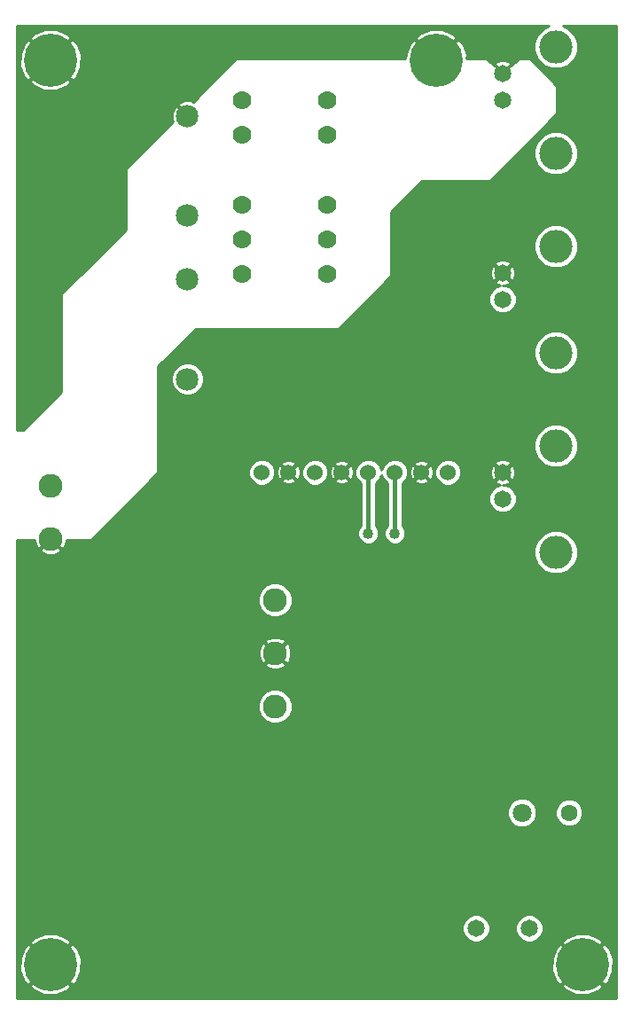
<source format=gbr>
G04 #@! TF.FileFunction,Copper,L2,Bot,Signal*
%FSLAX46Y46*%
G04 Gerber Fmt 4.6, Leading zero omitted, Abs format (unit mm)*
G04 Created by KiCad (PCBNEW (after 2015-mar-04 BZR unknown)-product) date 11/24/2015 7:31:04 AM*
%MOMM*%
G01*
G04 APERTURE LIST*
%ADD10C,0.152400*%
%ADD11C,5.080000*%
%ADD12C,2.159000*%
%ADD13C,2.286000*%
%ADD14C,3.175000*%
%ADD15C,1.651000*%
%ADD16C,1.803400*%
%ADD17C,1.600200*%
%ADD18C,1.778000*%
%ADD19C,1.524000*%
%ADD20C,1.016000*%
%ADD21C,0.381000*%
%ADD22C,0.254000*%
G04 APERTURE END LIST*
D10*
D11*
X66040000Y-29210000D03*
X29210000Y-29210000D03*
X80010000Y-115570000D03*
D12*
X42291000Y-50165000D03*
X42291000Y-59690000D03*
X42291000Y-34544000D03*
X42291000Y-44069000D03*
D13*
X50673000Y-80772000D03*
X50673000Y-85852000D03*
X50673000Y-90932000D03*
D14*
X77470000Y-57150000D03*
D15*
X72390000Y-52070000D03*
X72390000Y-49530000D03*
D14*
X77470000Y-46990000D03*
D13*
X29210000Y-69850000D03*
D14*
X77470000Y-76200000D03*
D15*
X72390000Y-71120000D03*
X72390000Y-68580000D03*
D14*
X77470000Y-66040000D03*
X77470000Y-38100000D03*
D15*
X72390000Y-33020000D03*
X72390000Y-30480000D03*
D14*
X77470000Y-27940000D03*
D16*
X74244200Y-101092000D03*
D17*
X78740000Y-101092000D03*
D13*
X29210000Y-74930000D03*
D18*
X47498000Y-36322000D03*
X55626000Y-36322000D03*
X55626000Y-43053000D03*
X47498000Y-43053000D03*
X55626000Y-46355000D03*
X47498000Y-46355000D03*
X55626000Y-49657000D03*
X47498000Y-49657000D03*
X47498000Y-33020000D03*
X55626000Y-33020000D03*
D15*
X69850000Y-112141000D03*
X74930000Y-112141000D03*
D19*
X49403000Y-68580000D03*
X51943000Y-68580000D03*
X54483000Y-68580000D03*
X57023000Y-68580000D03*
X59563000Y-68580000D03*
X62103000Y-68580000D03*
X64643000Y-68580000D03*
X67183000Y-68580000D03*
D11*
X29210000Y-115570000D03*
D20*
X64897000Y-89027000D03*
X75184000Y-89154000D03*
X33401000Y-110744000D03*
X43688000Y-102108000D03*
X33401000Y-102108000D03*
X67056000Y-77724000D03*
X59563000Y-82423000D03*
X62103000Y-82423000D03*
X59563000Y-74422000D03*
X62103000Y-74422000D03*
D21*
X59563000Y-68580000D02*
X59563000Y-74422000D01*
X62103000Y-68580000D02*
X62103000Y-74422000D01*
D22*
G36*
X83262000Y-118822000D02*
X82940958Y-118822000D01*
X82940958Y-115041491D01*
X82515600Y-113960093D01*
X82456212Y-113871213D01*
X82092979Y-113576824D01*
X82003176Y-113666627D01*
X82003176Y-113487021D01*
X81708787Y-113123788D01*
X80643351Y-112659897D01*
X80048326Y-112649216D01*
X80048326Y-100832944D01*
X79849600Y-100351989D01*
X79565863Y-100067757D01*
X79565863Y-75785008D01*
X79565863Y-65625008D01*
X79565863Y-56735008D01*
X79565863Y-46575008D01*
X79565863Y-37685008D01*
X79247514Y-36914545D01*
X78658555Y-36324558D01*
X77888649Y-36004865D01*
X77055008Y-36004137D01*
X76284545Y-36322486D01*
X75694558Y-36911445D01*
X75374865Y-37681351D01*
X75374137Y-38514992D01*
X75692486Y-39285455D01*
X76281445Y-39875442D01*
X77051351Y-40195135D01*
X77884992Y-40195863D01*
X78655455Y-39877514D01*
X79245442Y-39288555D01*
X79565135Y-38518649D01*
X79565863Y-37685008D01*
X79565863Y-46575008D01*
X79247514Y-45804545D01*
X78658555Y-45214558D01*
X77888649Y-44894865D01*
X77055008Y-44894137D01*
X76284545Y-45212486D01*
X75694558Y-45801445D01*
X75374865Y-46571351D01*
X75374137Y-47404992D01*
X75692486Y-48175455D01*
X76281445Y-48765442D01*
X77051351Y-49085135D01*
X77884992Y-49085863D01*
X78655455Y-48767514D01*
X79245442Y-48178555D01*
X79565135Y-47408649D01*
X79565863Y-46575008D01*
X79565863Y-56735008D01*
X79247514Y-55964545D01*
X78658555Y-55374558D01*
X77888649Y-55054865D01*
X77055008Y-55054137D01*
X76284545Y-55372486D01*
X75694558Y-55961445D01*
X75374865Y-56731351D01*
X75374137Y-57564992D01*
X75692486Y-58335455D01*
X76281445Y-58925442D01*
X77051351Y-59245135D01*
X77884992Y-59245863D01*
X78655455Y-58927514D01*
X79245442Y-58338555D01*
X79565135Y-57568649D01*
X79565863Y-56735008D01*
X79565863Y-65625008D01*
X79247514Y-64854545D01*
X78658555Y-64264558D01*
X77888649Y-63944865D01*
X77055008Y-63944137D01*
X76284545Y-64262486D01*
X75694558Y-64851445D01*
X75374865Y-65621351D01*
X75374137Y-66454992D01*
X75692486Y-67225455D01*
X76281445Y-67815442D01*
X77051351Y-68135135D01*
X77884992Y-68135863D01*
X78655455Y-67817514D01*
X79245442Y-67228555D01*
X79565135Y-66458649D01*
X79565863Y-65625008D01*
X79565863Y-75785008D01*
X79247514Y-75014545D01*
X78658555Y-74424558D01*
X77888649Y-74104865D01*
X77055008Y-74104137D01*
X76284545Y-74422486D01*
X75694558Y-75011445D01*
X75374865Y-75781351D01*
X75374137Y-76614992D01*
X75692486Y-77385455D01*
X76281445Y-77975442D01*
X77051351Y-78295135D01*
X77884992Y-78295863D01*
X78655455Y-77977514D01*
X79245442Y-77388555D01*
X79565135Y-76618649D01*
X79565863Y-75785008D01*
X79565863Y-100067757D01*
X79481946Y-99983694D01*
X79001339Y-99784128D01*
X78480944Y-99783674D01*
X77999989Y-99982400D01*
X77631694Y-100350054D01*
X77432128Y-100830661D01*
X77431674Y-101351056D01*
X77630400Y-101832011D01*
X77998054Y-102200306D01*
X78478661Y-102399872D01*
X78999056Y-102400326D01*
X79480011Y-102201600D01*
X79848306Y-101833946D01*
X80047872Y-101353339D01*
X80048326Y-100832944D01*
X80048326Y-112649216D01*
X79481491Y-112639042D01*
X78400093Y-113064400D01*
X78311213Y-113123788D01*
X78016824Y-113487021D01*
X80010000Y-115480197D01*
X82003176Y-113487021D01*
X82003176Y-113666627D01*
X80099803Y-115570000D01*
X82092979Y-117563176D01*
X82456212Y-117268787D01*
X82920103Y-116203351D01*
X82940958Y-115041491D01*
X82940958Y-118822000D01*
X82003176Y-118822000D01*
X82003176Y-117652979D01*
X80010000Y-115659803D01*
X79920197Y-115749606D01*
X79920197Y-115570000D01*
X77927021Y-113576824D01*
X77563788Y-113871213D01*
X77099897Y-114936649D01*
X77079042Y-116098509D01*
X77504400Y-117179907D01*
X77563788Y-117268787D01*
X77927021Y-117563176D01*
X79920197Y-115570000D01*
X79920197Y-115749606D01*
X78016824Y-117652979D01*
X78311213Y-118016212D01*
X79376649Y-118480103D01*
X80538509Y-118500958D01*
X81619907Y-118075600D01*
X81708787Y-118016212D01*
X82003176Y-117652979D01*
X82003176Y-118822000D01*
X76263731Y-118822000D01*
X76263731Y-111876914D01*
X76061146Y-111386620D01*
X75686353Y-111011173D01*
X75654145Y-110997799D01*
X75654145Y-100812823D01*
X75439983Y-100294512D01*
X75043774Y-99897611D01*
X74525837Y-99682545D01*
X73965023Y-99682055D01*
X73723731Y-99781754D01*
X73723731Y-70855914D01*
X73723731Y-51805914D01*
X73599377Y-51504953D01*
X73599377Y-49755042D01*
X73593439Y-49275104D01*
X73421199Y-48859280D01*
X73236130Y-48773672D01*
X73146328Y-48863474D01*
X73146328Y-48683870D01*
X73060720Y-48498801D01*
X72615042Y-48320623D01*
X72135104Y-48326561D01*
X71719280Y-48498801D01*
X71633672Y-48683870D01*
X72390000Y-49440197D01*
X73146328Y-48683870D01*
X73146328Y-48863474D01*
X72479803Y-49530000D01*
X73236130Y-50286328D01*
X73421199Y-50200720D01*
X73599377Y-49755042D01*
X73599377Y-51504953D01*
X73521146Y-51315620D01*
X73146353Y-50940173D01*
X72656413Y-50736732D01*
X72397036Y-50736505D01*
X72644896Y-50733439D01*
X73060720Y-50561199D01*
X73146328Y-50376130D01*
X72390000Y-49619803D01*
X72300197Y-49709605D01*
X72300197Y-49530000D01*
X71543870Y-48773672D01*
X71358801Y-48859280D01*
X71180623Y-49304958D01*
X71186561Y-49784896D01*
X71358801Y-50200720D01*
X71543870Y-50286328D01*
X72300197Y-49530000D01*
X72300197Y-49709605D01*
X71633672Y-50376130D01*
X71719280Y-50561199D01*
X72157252Y-50736296D01*
X72125914Y-50736269D01*
X71635620Y-50938854D01*
X71260173Y-51313647D01*
X71056732Y-51803587D01*
X71056269Y-52334086D01*
X71258854Y-52824380D01*
X71633647Y-53199827D01*
X72123587Y-53403268D01*
X72654086Y-53403731D01*
X73144380Y-53201146D01*
X73519827Y-52826353D01*
X73723268Y-52336413D01*
X73723731Y-51805914D01*
X73723731Y-70855914D01*
X73599377Y-70554953D01*
X73599377Y-68805042D01*
X73593439Y-68325104D01*
X73421199Y-67909280D01*
X73236130Y-67823672D01*
X73146328Y-67913474D01*
X73146328Y-67733870D01*
X73060720Y-67548801D01*
X72615042Y-67370623D01*
X72135104Y-67376561D01*
X71719280Y-67548801D01*
X71633672Y-67733870D01*
X72390000Y-68490197D01*
X73146328Y-67733870D01*
X73146328Y-67913474D01*
X72479803Y-68580000D01*
X73236130Y-69336328D01*
X73421199Y-69250720D01*
X73599377Y-68805042D01*
X73599377Y-70554953D01*
X73521146Y-70365620D01*
X73146353Y-69990173D01*
X72656413Y-69786732D01*
X72397036Y-69786505D01*
X72644896Y-69783439D01*
X73060720Y-69611199D01*
X73146328Y-69426130D01*
X72390000Y-68669803D01*
X72300197Y-68759605D01*
X72300197Y-68580000D01*
X71543870Y-67823672D01*
X71358801Y-67909280D01*
X71180623Y-68354958D01*
X71186561Y-68834896D01*
X71358801Y-69250720D01*
X71543870Y-69336328D01*
X72300197Y-68580000D01*
X72300197Y-68759605D01*
X71633672Y-69426130D01*
X71719280Y-69611199D01*
X72157252Y-69786296D01*
X72125914Y-69786269D01*
X71635620Y-69988854D01*
X71260173Y-70363647D01*
X71056732Y-70853587D01*
X71056269Y-71384086D01*
X71258854Y-71874380D01*
X71633647Y-72249827D01*
X72123587Y-72453268D01*
X72654086Y-72453731D01*
X73144380Y-72251146D01*
X73519827Y-71876353D01*
X73723268Y-71386413D01*
X73723731Y-70855914D01*
X73723731Y-99781754D01*
X73446712Y-99896217D01*
X73049811Y-100292426D01*
X72834745Y-100810363D01*
X72834255Y-101371177D01*
X73048417Y-101889488D01*
X73444626Y-102286389D01*
X73962563Y-102501455D01*
X74523377Y-102501945D01*
X75041688Y-102287783D01*
X75438589Y-101891574D01*
X75653655Y-101373637D01*
X75654145Y-100812823D01*
X75654145Y-110997799D01*
X75196413Y-110807732D01*
X74665914Y-110807269D01*
X74175620Y-111009854D01*
X73800173Y-111384647D01*
X73596732Y-111874587D01*
X73596269Y-112405086D01*
X73798854Y-112895380D01*
X74173647Y-113270827D01*
X74663587Y-113474268D01*
X75194086Y-113474731D01*
X75684380Y-113272146D01*
X76059827Y-112897353D01*
X76263268Y-112407413D01*
X76263731Y-111876914D01*
X76263731Y-118822000D01*
X71183731Y-118822000D01*
X71183731Y-111876914D01*
X70981146Y-111386620D01*
X70606353Y-111011173D01*
X70116413Y-110807732D01*
X69585914Y-110807269D01*
X69095620Y-111009854D01*
X68720173Y-111384647D01*
X68516732Y-111874587D01*
X68516269Y-112405086D01*
X68718854Y-112895380D01*
X69093647Y-113270827D01*
X69583587Y-113474268D01*
X70114086Y-113474731D01*
X70604380Y-113272146D01*
X70979827Y-112897353D01*
X71183268Y-112407413D01*
X71183731Y-111876914D01*
X71183731Y-118822000D01*
X68453220Y-118822000D01*
X68453220Y-68328490D01*
X68260282Y-67861542D01*
X67903337Y-67503974D01*
X67436727Y-67310221D01*
X66931490Y-67309780D01*
X66464542Y-67502718D01*
X66106974Y-67859663D01*
X65913221Y-68326273D01*
X65912780Y-68831510D01*
X66105718Y-69298458D01*
X66462663Y-69656026D01*
X66929273Y-69849779D01*
X67434510Y-69850220D01*
X67901458Y-69657282D01*
X68259026Y-69300337D01*
X68452779Y-68833727D01*
X68453220Y-68328490D01*
X68453220Y-118822000D01*
X65789334Y-118822000D01*
X65789334Y-68789907D01*
X65782403Y-68335246D01*
X65621747Y-67947389D01*
X65443273Y-67869530D01*
X65353470Y-67959333D01*
X65353470Y-67779727D01*
X65275611Y-67601253D01*
X64852907Y-67433666D01*
X64398246Y-67440597D01*
X64010389Y-67601253D01*
X63932530Y-67779727D01*
X64643000Y-68490197D01*
X65353470Y-67779727D01*
X65353470Y-67959333D01*
X64732803Y-68580000D01*
X65443273Y-69290470D01*
X65621747Y-69212611D01*
X65789334Y-68789907D01*
X65789334Y-118822000D01*
X65353470Y-118822000D01*
X65353470Y-69380273D01*
X64643000Y-68669803D01*
X64553197Y-68759606D01*
X64553197Y-68580000D01*
X63842727Y-67869530D01*
X63664253Y-67947389D01*
X63496666Y-68370093D01*
X63503597Y-68824754D01*
X63664253Y-69212611D01*
X63842727Y-69290470D01*
X64553197Y-68580000D01*
X64553197Y-68759606D01*
X63932530Y-69380273D01*
X64010389Y-69558747D01*
X64433093Y-69726334D01*
X64887754Y-69719403D01*
X65275611Y-69558747D01*
X65353470Y-69380273D01*
X65353470Y-118822000D01*
X63373220Y-118822000D01*
X63373220Y-68328490D01*
X63180282Y-67861542D01*
X62823337Y-67503974D01*
X62356727Y-67310221D01*
X61851490Y-67309780D01*
X61384542Y-67502718D01*
X61026974Y-67859663D01*
X60833221Y-68326273D01*
X60833219Y-68328487D01*
X60640282Y-67861542D01*
X60283337Y-67503974D01*
X59816727Y-67310221D01*
X59311490Y-67309780D01*
X58844542Y-67502718D01*
X58486974Y-67859663D01*
X58293221Y-68326273D01*
X58292780Y-68831510D01*
X58485718Y-69298458D01*
X58842663Y-69656026D01*
X58864500Y-69665093D01*
X58864500Y-73683693D01*
X58702179Y-73845731D01*
X58547176Y-74219018D01*
X58546824Y-74623208D01*
X58701175Y-74996766D01*
X58986731Y-75282821D01*
X59360018Y-75437824D01*
X59764208Y-75438176D01*
X60137766Y-75283825D01*
X60423821Y-74998269D01*
X60578824Y-74624982D01*
X60579176Y-74220792D01*
X60424825Y-73847234D01*
X60261500Y-73683623D01*
X60261500Y-69665528D01*
X60281458Y-69657282D01*
X60639026Y-69300337D01*
X60832779Y-68833727D01*
X60832780Y-68831512D01*
X61025718Y-69298458D01*
X61382663Y-69656026D01*
X61404500Y-69665093D01*
X61404500Y-73683693D01*
X61242179Y-73845731D01*
X61087176Y-74219018D01*
X61086824Y-74623208D01*
X61241175Y-74996766D01*
X61526731Y-75282821D01*
X61900018Y-75437824D01*
X62304208Y-75438176D01*
X62677766Y-75283825D01*
X62963821Y-74998269D01*
X63118824Y-74624982D01*
X63119176Y-74220792D01*
X62964825Y-73847234D01*
X62801500Y-73683623D01*
X62801500Y-69665528D01*
X62821458Y-69657282D01*
X63179026Y-69300337D01*
X63372779Y-68833727D01*
X63373220Y-68328490D01*
X63373220Y-118822000D01*
X58169334Y-118822000D01*
X58169334Y-68789907D01*
X58162403Y-68335246D01*
X58001747Y-67947389D01*
X57823273Y-67869530D01*
X57733470Y-67959333D01*
X57733470Y-67779727D01*
X57655611Y-67601253D01*
X57232907Y-67433666D01*
X56778246Y-67440597D01*
X56390389Y-67601253D01*
X56312530Y-67779727D01*
X57023000Y-68490197D01*
X57733470Y-67779727D01*
X57733470Y-67959333D01*
X57112803Y-68580000D01*
X57823273Y-69290470D01*
X58001747Y-69212611D01*
X58169334Y-68789907D01*
X58169334Y-118822000D01*
X57733470Y-118822000D01*
X57733470Y-69380273D01*
X57023000Y-68669803D01*
X56933197Y-68759606D01*
X56933197Y-68580000D01*
X56222727Y-67869530D01*
X56044253Y-67947389D01*
X55876666Y-68370093D01*
X55883597Y-68824754D01*
X56044253Y-69212611D01*
X56222727Y-69290470D01*
X56933197Y-68580000D01*
X56933197Y-68759606D01*
X56312530Y-69380273D01*
X56390389Y-69558747D01*
X56813093Y-69726334D01*
X57267754Y-69719403D01*
X57655611Y-69558747D01*
X57733470Y-69380273D01*
X57733470Y-118822000D01*
X55753220Y-118822000D01*
X55753220Y-68328490D01*
X55560282Y-67861542D01*
X55203337Y-67503974D01*
X54736727Y-67310221D01*
X54231490Y-67309780D01*
X53764542Y-67502718D01*
X53406974Y-67859663D01*
X53213221Y-68326273D01*
X53212780Y-68831510D01*
X53405718Y-69298458D01*
X53762663Y-69656026D01*
X54229273Y-69849779D01*
X54734510Y-69850220D01*
X55201458Y-69657282D01*
X55559026Y-69300337D01*
X55752779Y-68833727D01*
X55753220Y-68328490D01*
X55753220Y-118822000D01*
X53089334Y-118822000D01*
X53089334Y-68789907D01*
X53082403Y-68335246D01*
X52921747Y-67947389D01*
X52743273Y-67869530D01*
X52653470Y-67959333D01*
X52653470Y-67779727D01*
X52575611Y-67601253D01*
X52152907Y-67433666D01*
X51698246Y-67440597D01*
X51310389Y-67601253D01*
X51232530Y-67779727D01*
X51943000Y-68490197D01*
X52653470Y-67779727D01*
X52653470Y-67959333D01*
X52032803Y-68580000D01*
X52743273Y-69290470D01*
X52921747Y-69212611D01*
X53089334Y-68789907D01*
X53089334Y-118822000D01*
X52653470Y-118822000D01*
X52653470Y-69380273D01*
X51943000Y-68669803D01*
X51853197Y-68759606D01*
X51853197Y-68580000D01*
X51142727Y-67869530D01*
X50964253Y-67947389D01*
X50796666Y-68370093D01*
X50803597Y-68824754D01*
X50964253Y-69212611D01*
X51142727Y-69290470D01*
X51853197Y-68580000D01*
X51853197Y-68759606D01*
X51232530Y-69380273D01*
X51310389Y-69558747D01*
X51733093Y-69726334D01*
X52187754Y-69719403D01*
X52575611Y-69558747D01*
X52653470Y-69380273D01*
X52653470Y-118822000D01*
X52324286Y-118822000D01*
X52324286Y-90605037D01*
X52324286Y-80445037D01*
X52073466Y-79838005D01*
X51609437Y-79373166D01*
X51002845Y-79121287D01*
X50673220Y-79120999D01*
X50673220Y-68328490D01*
X50480282Y-67861542D01*
X50123337Y-67503974D01*
X49656727Y-67310221D01*
X49151490Y-67309780D01*
X48684542Y-67502718D01*
X48326974Y-67859663D01*
X48133221Y-68326273D01*
X48132780Y-68831510D01*
X48325718Y-69298458D01*
X48682663Y-69656026D01*
X49149273Y-69849779D01*
X49654510Y-69850220D01*
X50121458Y-69657282D01*
X50479026Y-69300337D01*
X50672779Y-68833727D01*
X50673220Y-68328490D01*
X50673220Y-79120999D01*
X50346037Y-79120714D01*
X49739005Y-79371534D01*
X49274166Y-79835563D01*
X49022287Y-80442155D01*
X49021714Y-81098963D01*
X49272534Y-81705995D01*
X49736563Y-82170834D01*
X50343155Y-82422713D01*
X50999963Y-82423286D01*
X51606995Y-82172466D01*
X52071834Y-81708437D01*
X52323713Y-81101845D01*
X52324286Y-80445037D01*
X52324286Y-90605037D01*
X52197486Y-90298156D01*
X52197486Y-86152692D01*
X52196512Y-85546408D01*
X51966371Y-84990801D01*
X51748314Y-84866488D01*
X51658512Y-84956290D01*
X51658512Y-84776686D01*
X51534199Y-84558629D01*
X50973692Y-84327514D01*
X50367408Y-84328488D01*
X49811801Y-84558629D01*
X49687488Y-84776686D01*
X50673000Y-85762197D01*
X51658512Y-84776686D01*
X51658512Y-84956290D01*
X50762803Y-85852000D01*
X51748314Y-86837512D01*
X51966371Y-86713199D01*
X52197486Y-86152692D01*
X52197486Y-90298156D01*
X52073466Y-89998005D01*
X51658512Y-89582326D01*
X51658512Y-86927314D01*
X50673000Y-85941803D01*
X50583197Y-86031605D01*
X50583197Y-85852000D01*
X49597686Y-84866488D01*
X49379629Y-84990801D01*
X49148514Y-85551308D01*
X49149488Y-86157592D01*
X49379629Y-86713199D01*
X49597686Y-86837512D01*
X50583197Y-85852000D01*
X50583197Y-86031605D01*
X49687488Y-86927314D01*
X49811801Y-87145371D01*
X50372308Y-87376486D01*
X50978592Y-87375512D01*
X51534199Y-87145371D01*
X51658512Y-86927314D01*
X51658512Y-89582326D01*
X51609437Y-89533166D01*
X51002845Y-89281287D01*
X50346037Y-89280714D01*
X49739005Y-89531534D01*
X49274166Y-89995563D01*
X49022287Y-90602155D01*
X49021714Y-91258963D01*
X49272534Y-91865995D01*
X49736563Y-92330834D01*
X50343155Y-92582713D01*
X50999963Y-92583286D01*
X51606995Y-92332466D01*
X52071834Y-91868437D01*
X52323713Y-91261845D01*
X52324286Y-90605037D01*
X52324286Y-118822000D01*
X43878775Y-118822000D01*
X43878775Y-59375612D01*
X43637602Y-58791928D01*
X43191421Y-58344968D01*
X42608159Y-58102776D01*
X41976612Y-58102225D01*
X41392928Y-58343398D01*
X40945968Y-58789579D01*
X40703776Y-59372841D01*
X40703225Y-60004388D01*
X40944398Y-60588072D01*
X41390579Y-61035032D01*
X41973841Y-61277224D01*
X42605388Y-61277775D01*
X43189072Y-61036602D01*
X43636032Y-60590421D01*
X43878224Y-60007159D01*
X43878775Y-59375612D01*
X43878775Y-118822000D01*
X32140958Y-118822000D01*
X32140958Y-115041491D01*
X31715600Y-113960093D01*
X31656212Y-113871213D01*
X31292979Y-113576824D01*
X31203176Y-113666627D01*
X31203176Y-113487021D01*
X30908787Y-113123788D01*
X29843351Y-112659897D01*
X28681491Y-112639042D01*
X27600093Y-113064400D01*
X27511213Y-113123788D01*
X27216824Y-113487021D01*
X29210000Y-115480197D01*
X31203176Y-113487021D01*
X31203176Y-113666627D01*
X29299803Y-115570000D01*
X31292979Y-117563176D01*
X31656212Y-117268787D01*
X32120103Y-116203351D01*
X32140958Y-115041491D01*
X32140958Y-118822000D01*
X31203176Y-118822000D01*
X31203176Y-117652979D01*
X29210000Y-115659803D01*
X29120197Y-115749606D01*
X29120197Y-115570000D01*
X27127021Y-113576824D01*
X26763788Y-113871213D01*
X26299897Y-114936649D01*
X26279042Y-116098509D01*
X26704400Y-117179907D01*
X26763788Y-117268787D01*
X27127021Y-117563176D01*
X29120197Y-115570000D01*
X29120197Y-115749606D01*
X27216824Y-117652979D01*
X27511213Y-118016212D01*
X28576649Y-118480103D01*
X29738509Y-118500958D01*
X30819907Y-118075600D01*
X30908787Y-118016212D01*
X31203176Y-117652979D01*
X31203176Y-118822000D01*
X25958000Y-118822000D01*
X25958000Y-75057000D01*
X27686201Y-75057000D01*
X27686488Y-75235592D01*
X27916629Y-75791199D01*
X28134686Y-75915512D01*
X28993197Y-75057000D01*
X29172802Y-75057000D01*
X28224488Y-76005314D01*
X28348801Y-76223371D01*
X28909308Y-76454486D01*
X29515592Y-76453512D01*
X30071199Y-76223371D01*
X30195512Y-76005314D01*
X29247197Y-75057000D01*
X29426802Y-75057000D01*
X30285314Y-75915512D01*
X30503371Y-75791199D01*
X30734486Y-75230692D01*
X30734206Y-75057000D01*
X33072605Y-75057000D01*
X39497000Y-68632605D01*
X39497000Y-58472605D01*
X43105605Y-54864000D01*
X56694605Y-54864000D01*
X61722000Y-49836605D01*
X61722000Y-43740605D01*
X64695605Y-40767000D01*
X71172605Y-40767000D01*
X77597000Y-34342605D01*
X77597000Y-31697395D01*
X74982605Y-29083000D01*
X73997805Y-29083000D01*
X72695172Y-30085025D01*
X73146328Y-29633870D01*
X73060720Y-29448801D01*
X72615042Y-29270623D01*
X72135104Y-29276561D01*
X71719280Y-29448801D01*
X71633672Y-29633870D01*
X72084827Y-30085025D01*
X70782195Y-29083000D01*
X68963751Y-29083000D01*
X68970958Y-28681491D01*
X68545600Y-27600093D01*
X68486212Y-27511213D01*
X68122979Y-27216824D01*
X66256803Y-29083000D01*
X66077197Y-29083000D01*
X68033176Y-27127021D01*
X67738787Y-26763788D01*
X66673351Y-26299897D01*
X65511491Y-26279042D01*
X64430093Y-26704400D01*
X64341213Y-26763788D01*
X64046824Y-27127021D01*
X66002803Y-29083000D01*
X65823197Y-29083000D01*
X63957021Y-27216824D01*
X63593788Y-27511213D01*
X63129897Y-28576649D01*
X63120808Y-29083000D01*
X46937395Y-29083000D01*
X42832763Y-33187631D01*
X42576565Y-33082525D01*
X41995545Y-33084492D01*
X41467890Y-33303054D01*
X41351314Y-33514512D01*
X41928598Y-34091796D01*
X41838796Y-34181598D01*
X41261512Y-33604314D01*
X41050054Y-33720890D01*
X40829525Y-34258435D01*
X40831492Y-34839455D01*
X40933842Y-35086552D01*
X36449000Y-39571395D01*
X36449000Y-45412626D01*
X32140958Y-49632748D01*
X32140958Y-28681491D01*
X31715600Y-27600093D01*
X31656212Y-27511213D01*
X31292979Y-27216824D01*
X31203176Y-27306627D01*
X31203176Y-27127021D01*
X30908787Y-26763788D01*
X29843351Y-26299897D01*
X28681491Y-26279042D01*
X27600093Y-26704400D01*
X27511213Y-26763788D01*
X27216824Y-27127021D01*
X29210000Y-29120197D01*
X31203176Y-27127021D01*
X31203176Y-27306627D01*
X29299803Y-29210000D01*
X31292979Y-31203176D01*
X31656212Y-30908787D01*
X32120103Y-29843351D01*
X32140958Y-28681491D01*
X32140958Y-49632748D01*
X31203176Y-50551392D01*
X31203176Y-31292979D01*
X29210000Y-29299803D01*
X29120197Y-29389606D01*
X29120197Y-29210000D01*
X27127021Y-27216824D01*
X26763788Y-27511213D01*
X26299897Y-28576649D01*
X26279042Y-29738509D01*
X26704400Y-30819907D01*
X26763788Y-30908787D01*
X27127021Y-31203176D01*
X29120197Y-29210000D01*
X29120197Y-29389606D01*
X27216824Y-31292979D01*
X27511213Y-31656212D01*
X28576649Y-32120103D01*
X29738509Y-32140958D01*
X30819907Y-31715600D01*
X30908787Y-31656212D01*
X31203176Y-31292979D01*
X31203176Y-50551392D01*
X30226000Y-51508626D01*
X30226000Y-60907395D01*
X26617395Y-64516000D01*
X25958000Y-64516000D01*
X25958000Y-25958000D01*
X76779438Y-25958000D01*
X76284545Y-26162486D01*
X75694558Y-26751445D01*
X75374865Y-27521351D01*
X75374137Y-28354992D01*
X75692486Y-29125455D01*
X76281445Y-29715442D01*
X77051351Y-30035135D01*
X77884992Y-30035863D01*
X78655455Y-29717514D01*
X79245442Y-29128555D01*
X79565135Y-28358649D01*
X79565863Y-27525008D01*
X79247514Y-26754545D01*
X78658555Y-26164558D01*
X78161108Y-25958000D01*
X83262000Y-25958000D01*
X83262000Y-118822000D01*
X83262000Y-118822000D01*
G37*
X83262000Y-118822000D02*
X82940958Y-118822000D01*
X82940958Y-115041491D01*
X82515600Y-113960093D01*
X82456212Y-113871213D01*
X82092979Y-113576824D01*
X82003176Y-113666627D01*
X82003176Y-113487021D01*
X81708787Y-113123788D01*
X80643351Y-112659897D01*
X80048326Y-112649216D01*
X80048326Y-100832944D01*
X79849600Y-100351989D01*
X79565863Y-100067757D01*
X79565863Y-75785008D01*
X79565863Y-65625008D01*
X79565863Y-56735008D01*
X79565863Y-46575008D01*
X79565863Y-37685008D01*
X79247514Y-36914545D01*
X78658555Y-36324558D01*
X77888649Y-36004865D01*
X77055008Y-36004137D01*
X76284545Y-36322486D01*
X75694558Y-36911445D01*
X75374865Y-37681351D01*
X75374137Y-38514992D01*
X75692486Y-39285455D01*
X76281445Y-39875442D01*
X77051351Y-40195135D01*
X77884992Y-40195863D01*
X78655455Y-39877514D01*
X79245442Y-39288555D01*
X79565135Y-38518649D01*
X79565863Y-37685008D01*
X79565863Y-46575008D01*
X79247514Y-45804545D01*
X78658555Y-45214558D01*
X77888649Y-44894865D01*
X77055008Y-44894137D01*
X76284545Y-45212486D01*
X75694558Y-45801445D01*
X75374865Y-46571351D01*
X75374137Y-47404992D01*
X75692486Y-48175455D01*
X76281445Y-48765442D01*
X77051351Y-49085135D01*
X77884992Y-49085863D01*
X78655455Y-48767514D01*
X79245442Y-48178555D01*
X79565135Y-47408649D01*
X79565863Y-46575008D01*
X79565863Y-56735008D01*
X79247514Y-55964545D01*
X78658555Y-55374558D01*
X77888649Y-55054865D01*
X77055008Y-55054137D01*
X76284545Y-55372486D01*
X75694558Y-55961445D01*
X75374865Y-56731351D01*
X75374137Y-57564992D01*
X75692486Y-58335455D01*
X76281445Y-58925442D01*
X77051351Y-59245135D01*
X77884992Y-59245863D01*
X78655455Y-58927514D01*
X79245442Y-58338555D01*
X79565135Y-57568649D01*
X79565863Y-56735008D01*
X79565863Y-65625008D01*
X79247514Y-64854545D01*
X78658555Y-64264558D01*
X77888649Y-63944865D01*
X77055008Y-63944137D01*
X76284545Y-64262486D01*
X75694558Y-64851445D01*
X75374865Y-65621351D01*
X75374137Y-66454992D01*
X75692486Y-67225455D01*
X76281445Y-67815442D01*
X77051351Y-68135135D01*
X77884992Y-68135863D01*
X78655455Y-67817514D01*
X79245442Y-67228555D01*
X79565135Y-66458649D01*
X79565863Y-65625008D01*
X79565863Y-75785008D01*
X79247514Y-75014545D01*
X78658555Y-74424558D01*
X77888649Y-74104865D01*
X77055008Y-74104137D01*
X76284545Y-74422486D01*
X75694558Y-75011445D01*
X75374865Y-75781351D01*
X75374137Y-76614992D01*
X75692486Y-77385455D01*
X76281445Y-77975442D01*
X77051351Y-78295135D01*
X77884992Y-78295863D01*
X78655455Y-77977514D01*
X79245442Y-77388555D01*
X79565135Y-76618649D01*
X79565863Y-75785008D01*
X79565863Y-100067757D01*
X79481946Y-99983694D01*
X79001339Y-99784128D01*
X78480944Y-99783674D01*
X77999989Y-99982400D01*
X77631694Y-100350054D01*
X77432128Y-100830661D01*
X77431674Y-101351056D01*
X77630400Y-101832011D01*
X77998054Y-102200306D01*
X78478661Y-102399872D01*
X78999056Y-102400326D01*
X79480011Y-102201600D01*
X79848306Y-101833946D01*
X80047872Y-101353339D01*
X80048326Y-100832944D01*
X80048326Y-112649216D01*
X79481491Y-112639042D01*
X78400093Y-113064400D01*
X78311213Y-113123788D01*
X78016824Y-113487021D01*
X80010000Y-115480197D01*
X82003176Y-113487021D01*
X82003176Y-113666627D01*
X80099803Y-115570000D01*
X82092979Y-117563176D01*
X82456212Y-117268787D01*
X82920103Y-116203351D01*
X82940958Y-115041491D01*
X82940958Y-118822000D01*
X82003176Y-118822000D01*
X82003176Y-117652979D01*
X80010000Y-115659803D01*
X79920197Y-115749606D01*
X79920197Y-115570000D01*
X77927021Y-113576824D01*
X77563788Y-113871213D01*
X77099897Y-114936649D01*
X77079042Y-116098509D01*
X77504400Y-117179907D01*
X77563788Y-117268787D01*
X77927021Y-117563176D01*
X79920197Y-115570000D01*
X79920197Y-115749606D01*
X78016824Y-117652979D01*
X78311213Y-118016212D01*
X79376649Y-118480103D01*
X80538509Y-118500958D01*
X81619907Y-118075600D01*
X81708787Y-118016212D01*
X82003176Y-117652979D01*
X82003176Y-118822000D01*
X76263731Y-118822000D01*
X76263731Y-111876914D01*
X76061146Y-111386620D01*
X75686353Y-111011173D01*
X75654145Y-110997799D01*
X75654145Y-100812823D01*
X75439983Y-100294512D01*
X75043774Y-99897611D01*
X74525837Y-99682545D01*
X73965023Y-99682055D01*
X73723731Y-99781754D01*
X73723731Y-70855914D01*
X73723731Y-51805914D01*
X73599377Y-51504953D01*
X73599377Y-49755042D01*
X73593439Y-49275104D01*
X73421199Y-48859280D01*
X73236130Y-48773672D01*
X73146328Y-48863474D01*
X73146328Y-48683870D01*
X73060720Y-48498801D01*
X72615042Y-48320623D01*
X72135104Y-48326561D01*
X71719280Y-48498801D01*
X71633672Y-48683870D01*
X72390000Y-49440197D01*
X73146328Y-48683870D01*
X73146328Y-48863474D01*
X72479803Y-49530000D01*
X73236130Y-50286328D01*
X73421199Y-50200720D01*
X73599377Y-49755042D01*
X73599377Y-51504953D01*
X73521146Y-51315620D01*
X73146353Y-50940173D01*
X72656413Y-50736732D01*
X72397036Y-50736505D01*
X72644896Y-50733439D01*
X73060720Y-50561199D01*
X73146328Y-50376130D01*
X72390000Y-49619803D01*
X72300197Y-49709605D01*
X72300197Y-49530000D01*
X71543870Y-48773672D01*
X71358801Y-48859280D01*
X71180623Y-49304958D01*
X71186561Y-49784896D01*
X71358801Y-50200720D01*
X71543870Y-50286328D01*
X72300197Y-49530000D01*
X72300197Y-49709605D01*
X71633672Y-50376130D01*
X71719280Y-50561199D01*
X72157252Y-50736296D01*
X72125914Y-50736269D01*
X71635620Y-50938854D01*
X71260173Y-51313647D01*
X71056732Y-51803587D01*
X71056269Y-52334086D01*
X71258854Y-52824380D01*
X71633647Y-53199827D01*
X72123587Y-53403268D01*
X72654086Y-53403731D01*
X73144380Y-53201146D01*
X73519827Y-52826353D01*
X73723268Y-52336413D01*
X73723731Y-51805914D01*
X73723731Y-70855914D01*
X73599377Y-70554953D01*
X73599377Y-68805042D01*
X73593439Y-68325104D01*
X73421199Y-67909280D01*
X73236130Y-67823672D01*
X73146328Y-67913474D01*
X73146328Y-67733870D01*
X73060720Y-67548801D01*
X72615042Y-67370623D01*
X72135104Y-67376561D01*
X71719280Y-67548801D01*
X71633672Y-67733870D01*
X72390000Y-68490197D01*
X73146328Y-67733870D01*
X73146328Y-67913474D01*
X72479803Y-68580000D01*
X73236130Y-69336328D01*
X73421199Y-69250720D01*
X73599377Y-68805042D01*
X73599377Y-70554953D01*
X73521146Y-70365620D01*
X73146353Y-69990173D01*
X72656413Y-69786732D01*
X72397036Y-69786505D01*
X72644896Y-69783439D01*
X73060720Y-69611199D01*
X73146328Y-69426130D01*
X72390000Y-68669803D01*
X72300197Y-68759605D01*
X72300197Y-68580000D01*
X71543870Y-67823672D01*
X71358801Y-67909280D01*
X71180623Y-68354958D01*
X71186561Y-68834896D01*
X71358801Y-69250720D01*
X71543870Y-69336328D01*
X72300197Y-68580000D01*
X72300197Y-68759605D01*
X71633672Y-69426130D01*
X71719280Y-69611199D01*
X72157252Y-69786296D01*
X72125914Y-69786269D01*
X71635620Y-69988854D01*
X71260173Y-70363647D01*
X71056732Y-70853587D01*
X71056269Y-71384086D01*
X71258854Y-71874380D01*
X71633647Y-72249827D01*
X72123587Y-72453268D01*
X72654086Y-72453731D01*
X73144380Y-72251146D01*
X73519827Y-71876353D01*
X73723268Y-71386413D01*
X73723731Y-70855914D01*
X73723731Y-99781754D01*
X73446712Y-99896217D01*
X73049811Y-100292426D01*
X72834745Y-100810363D01*
X72834255Y-101371177D01*
X73048417Y-101889488D01*
X73444626Y-102286389D01*
X73962563Y-102501455D01*
X74523377Y-102501945D01*
X75041688Y-102287783D01*
X75438589Y-101891574D01*
X75653655Y-101373637D01*
X75654145Y-100812823D01*
X75654145Y-110997799D01*
X75196413Y-110807732D01*
X74665914Y-110807269D01*
X74175620Y-111009854D01*
X73800173Y-111384647D01*
X73596732Y-111874587D01*
X73596269Y-112405086D01*
X73798854Y-112895380D01*
X74173647Y-113270827D01*
X74663587Y-113474268D01*
X75194086Y-113474731D01*
X75684380Y-113272146D01*
X76059827Y-112897353D01*
X76263268Y-112407413D01*
X76263731Y-111876914D01*
X76263731Y-118822000D01*
X71183731Y-118822000D01*
X71183731Y-111876914D01*
X70981146Y-111386620D01*
X70606353Y-111011173D01*
X70116413Y-110807732D01*
X69585914Y-110807269D01*
X69095620Y-111009854D01*
X68720173Y-111384647D01*
X68516732Y-111874587D01*
X68516269Y-112405086D01*
X68718854Y-112895380D01*
X69093647Y-113270827D01*
X69583587Y-113474268D01*
X70114086Y-113474731D01*
X70604380Y-113272146D01*
X70979827Y-112897353D01*
X71183268Y-112407413D01*
X71183731Y-111876914D01*
X71183731Y-118822000D01*
X68453220Y-118822000D01*
X68453220Y-68328490D01*
X68260282Y-67861542D01*
X67903337Y-67503974D01*
X67436727Y-67310221D01*
X66931490Y-67309780D01*
X66464542Y-67502718D01*
X66106974Y-67859663D01*
X65913221Y-68326273D01*
X65912780Y-68831510D01*
X66105718Y-69298458D01*
X66462663Y-69656026D01*
X66929273Y-69849779D01*
X67434510Y-69850220D01*
X67901458Y-69657282D01*
X68259026Y-69300337D01*
X68452779Y-68833727D01*
X68453220Y-68328490D01*
X68453220Y-118822000D01*
X65789334Y-118822000D01*
X65789334Y-68789907D01*
X65782403Y-68335246D01*
X65621747Y-67947389D01*
X65443273Y-67869530D01*
X65353470Y-67959333D01*
X65353470Y-67779727D01*
X65275611Y-67601253D01*
X64852907Y-67433666D01*
X64398246Y-67440597D01*
X64010389Y-67601253D01*
X63932530Y-67779727D01*
X64643000Y-68490197D01*
X65353470Y-67779727D01*
X65353470Y-67959333D01*
X64732803Y-68580000D01*
X65443273Y-69290470D01*
X65621747Y-69212611D01*
X65789334Y-68789907D01*
X65789334Y-118822000D01*
X65353470Y-118822000D01*
X65353470Y-69380273D01*
X64643000Y-68669803D01*
X64553197Y-68759606D01*
X64553197Y-68580000D01*
X63842727Y-67869530D01*
X63664253Y-67947389D01*
X63496666Y-68370093D01*
X63503597Y-68824754D01*
X63664253Y-69212611D01*
X63842727Y-69290470D01*
X64553197Y-68580000D01*
X64553197Y-68759606D01*
X63932530Y-69380273D01*
X64010389Y-69558747D01*
X64433093Y-69726334D01*
X64887754Y-69719403D01*
X65275611Y-69558747D01*
X65353470Y-69380273D01*
X65353470Y-118822000D01*
X63373220Y-118822000D01*
X63373220Y-68328490D01*
X63180282Y-67861542D01*
X62823337Y-67503974D01*
X62356727Y-67310221D01*
X61851490Y-67309780D01*
X61384542Y-67502718D01*
X61026974Y-67859663D01*
X60833221Y-68326273D01*
X60833219Y-68328487D01*
X60640282Y-67861542D01*
X60283337Y-67503974D01*
X59816727Y-67310221D01*
X59311490Y-67309780D01*
X58844542Y-67502718D01*
X58486974Y-67859663D01*
X58293221Y-68326273D01*
X58292780Y-68831510D01*
X58485718Y-69298458D01*
X58842663Y-69656026D01*
X58864500Y-69665093D01*
X58864500Y-73683693D01*
X58702179Y-73845731D01*
X58547176Y-74219018D01*
X58546824Y-74623208D01*
X58701175Y-74996766D01*
X58986731Y-75282821D01*
X59360018Y-75437824D01*
X59764208Y-75438176D01*
X60137766Y-75283825D01*
X60423821Y-74998269D01*
X60578824Y-74624982D01*
X60579176Y-74220792D01*
X60424825Y-73847234D01*
X60261500Y-73683623D01*
X60261500Y-69665528D01*
X60281458Y-69657282D01*
X60639026Y-69300337D01*
X60832779Y-68833727D01*
X60832780Y-68831512D01*
X61025718Y-69298458D01*
X61382663Y-69656026D01*
X61404500Y-69665093D01*
X61404500Y-73683693D01*
X61242179Y-73845731D01*
X61087176Y-74219018D01*
X61086824Y-74623208D01*
X61241175Y-74996766D01*
X61526731Y-75282821D01*
X61900018Y-75437824D01*
X62304208Y-75438176D01*
X62677766Y-75283825D01*
X62963821Y-74998269D01*
X63118824Y-74624982D01*
X63119176Y-74220792D01*
X62964825Y-73847234D01*
X62801500Y-73683623D01*
X62801500Y-69665528D01*
X62821458Y-69657282D01*
X63179026Y-69300337D01*
X63372779Y-68833727D01*
X63373220Y-68328490D01*
X63373220Y-118822000D01*
X58169334Y-118822000D01*
X58169334Y-68789907D01*
X58162403Y-68335246D01*
X58001747Y-67947389D01*
X57823273Y-67869530D01*
X57733470Y-67959333D01*
X57733470Y-67779727D01*
X57655611Y-67601253D01*
X57232907Y-67433666D01*
X56778246Y-67440597D01*
X56390389Y-67601253D01*
X56312530Y-67779727D01*
X57023000Y-68490197D01*
X57733470Y-67779727D01*
X57733470Y-67959333D01*
X57112803Y-68580000D01*
X57823273Y-69290470D01*
X58001747Y-69212611D01*
X58169334Y-68789907D01*
X58169334Y-118822000D01*
X57733470Y-118822000D01*
X57733470Y-69380273D01*
X57023000Y-68669803D01*
X56933197Y-68759606D01*
X56933197Y-68580000D01*
X56222727Y-67869530D01*
X56044253Y-67947389D01*
X55876666Y-68370093D01*
X55883597Y-68824754D01*
X56044253Y-69212611D01*
X56222727Y-69290470D01*
X56933197Y-68580000D01*
X56933197Y-68759606D01*
X56312530Y-69380273D01*
X56390389Y-69558747D01*
X56813093Y-69726334D01*
X57267754Y-69719403D01*
X57655611Y-69558747D01*
X57733470Y-69380273D01*
X57733470Y-118822000D01*
X55753220Y-118822000D01*
X55753220Y-68328490D01*
X55560282Y-67861542D01*
X55203337Y-67503974D01*
X54736727Y-67310221D01*
X54231490Y-67309780D01*
X53764542Y-67502718D01*
X53406974Y-67859663D01*
X53213221Y-68326273D01*
X53212780Y-68831510D01*
X53405718Y-69298458D01*
X53762663Y-69656026D01*
X54229273Y-69849779D01*
X54734510Y-69850220D01*
X55201458Y-69657282D01*
X55559026Y-69300337D01*
X55752779Y-68833727D01*
X55753220Y-68328490D01*
X55753220Y-118822000D01*
X53089334Y-118822000D01*
X53089334Y-68789907D01*
X53082403Y-68335246D01*
X52921747Y-67947389D01*
X52743273Y-67869530D01*
X52653470Y-67959333D01*
X52653470Y-67779727D01*
X52575611Y-67601253D01*
X52152907Y-67433666D01*
X51698246Y-67440597D01*
X51310389Y-67601253D01*
X51232530Y-67779727D01*
X51943000Y-68490197D01*
X52653470Y-67779727D01*
X52653470Y-67959333D01*
X52032803Y-68580000D01*
X52743273Y-69290470D01*
X52921747Y-69212611D01*
X53089334Y-68789907D01*
X53089334Y-118822000D01*
X52653470Y-118822000D01*
X52653470Y-69380273D01*
X51943000Y-68669803D01*
X51853197Y-68759606D01*
X51853197Y-68580000D01*
X51142727Y-67869530D01*
X50964253Y-67947389D01*
X50796666Y-68370093D01*
X50803597Y-68824754D01*
X50964253Y-69212611D01*
X51142727Y-69290470D01*
X51853197Y-68580000D01*
X51853197Y-68759606D01*
X51232530Y-69380273D01*
X51310389Y-69558747D01*
X51733093Y-69726334D01*
X52187754Y-69719403D01*
X52575611Y-69558747D01*
X52653470Y-69380273D01*
X52653470Y-118822000D01*
X52324286Y-118822000D01*
X52324286Y-90605037D01*
X52324286Y-80445037D01*
X52073466Y-79838005D01*
X51609437Y-79373166D01*
X51002845Y-79121287D01*
X50673220Y-79120999D01*
X50673220Y-68328490D01*
X50480282Y-67861542D01*
X50123337Y-67503974D01*
X49656727Y-67310221D01*
X49151490Y-67309780D01*
X48684542Y-67502718D01*
X48326974Y-67859663D01*
X48133221Y-68326273D01*
X48132780Y-68831510D01*
X48325718Y-69298458D01*
X48682663Y-69656026D01*
X49149273Y-69849779D01*
X49654510Y-69850220D01*
X50121458Y-69657282D01*
X50479026Y-69300337D01*
X50672779Y-68833727D01*
X50673220Y-68328490D01*
X50673220Y-79120999D01*
X50346037Y-79120714D01*
X49739005Y-79371534D01*
X49274166Y-79835563D01*
X49022287Y-80442155D01*
X49021714Y-81098963D01*
X49272534Y-81705995D01*
X49736563Y-82170834D01*
X50343155Y-82422713D01*
X50999963Y-82423286D01*
X51606995Y-82172466D01*
X52071834Y-81708437D01*
X52323713Y-81101845D01*
X52324286Y-80445037D01*
X52324286Y-90605037D01*
X52197486Y-90298156D01*
X52197486Y-86152692D01*
X52196512Y-85546408D01*
X51966371Y-84990801D01*
X51748314Y-84866488D01*
X51658512Y-84956290D01*
X51658512Y-84776686D01*
X51534199Y-84558629D01*
X50973692Y-84327514D01*
X50367408Y-84328488D01*
X49811801Y-84558629D01*
X49687488Y-84776686D01*
X50673000Y-85762197D01*
X51658512Y-84776686D01*
X51658512Y-84956290D01*
X50762803Y-85852000D01*
X51748314Y-86837512D01*
X51966371Y-86713199D01*
X52197486Y-86152692D01*
X52197486Y-90298156D01*
X52073466Y-89998005D01*
X51658512Y-89582326D01*
X51658512Y-86927314D01*
X50673000Y-85941803D01*
X50583197Y-86031605D01*
X50583197Y-85852000D01*
X49597686Y-84866488D01*
X49379629Y-84990801D01*
X49148514Y-85551308D01*
X49149488Y-86157592D01*
X49379629Y-86713199D01*
X49597686Y-86837512D01*
X50583197Y-85852000D01*
X50583197Y-86031605D01*
X49687488Y-86927314D01*
X49811801Y-87145371D01*
X50372308Y-87376486D01*
X50978592Y-87375512D01*
X51534199Y-87145371D01*
X51658512Y-86927314D01*
X51658512Y-89582326D01*
X51609437Y-89533166D01*
X51002845Y-89281287D01*
X50346037Y-89280714D01*
X49739005Y-89531534D01*
X49274166Y-89995563D01*
X49022287Y-90602155D01*
X49021714Y-91258963D01*
X49272534Y-91865995D01*
X49736563Y-92330834D01*
X50343155Y-92582713D01*
X50999963Y-92583286D01*
X51606995Y-92332466D01*
X52071834Y-91868437D01*
X52323713Y-91261845D01*
X52324286Y-90605037D01*
X52324286Y-118822000D01*
X43878775Y-118822000D01*
X43878775Y-59375612D01*
X43637602Y-58791928D01*
X43191421Y-58344968D01*
X42608159Y-58102776D01*
X41976612Y-58102225D01*
X41392928Y-58343398D01*
X40945968Y-58789579D01*
X40703776Y-59372841D01*
X40703225Y-60004388D01*
X40944398Y-60588072D01*
X41390579Y-61035032D01*
X41973841Y-61277224D01*
X42605388Y-61277775D01*
X43189072Y-61036602D01*
X43636032Y-60590421D01*
X43878224Y-60007159D01*
X43878775Y-59375612D01*
X43878775Y-118822000D01*
X32140958Y-118822000D01*
X32140958Y-115041491D01*
X31715600Y-113960093D01*
X31656212Y-113871213D01*
X31292979Y-113576824D01*
X31203176Y-113666627D01*
X31203176Y-113487021D01*
X30908787Y-113123788D01*
X29843351Y-112659897D01*
X28681491Y-112639042D01*
X27600093Y-113064400D01*
X27511213Y-113123788D01*
X27216824Y-113487021D01*
X29210000Y-115480197D01*
X31203176Y-113487021D01*
X31203176Y-113666627D01*
X29299803Y-115570000D01*
X31292979Y-117563176D01*
X31656212Y-117268787D01*
X32120103Y-116203351D01*
X32140958Y-115041491D01*
X32140958Y-118822000D01*
X31203176Y-118822000D01*
X31203176Y-117652979D01*
X29210000Y-115659803D01*
X29120197Y-115749606D01*
X29120197Y-115570000D01*
X27127021Y-113576824D01*
X26763788Y-113871213D01*
X26299897Y-114936649D01*
X26279042Y-116098509D01*
X26704400Y-117179907D01*
X26763788Y-117268787D01*
X27127021Y-117563176D01*
X29120197Y-115570000D01*
X29120197Y-115749606D01*
X27216824Y-117652979D01*
X27511213Y-118016212D01*
X28576649Y-118480103D01*
X29738509Y-118500958D01*
X30819907Y-118075600D01*
X30908787Y-118016212D01*
X31203176Y-117652979D01*
X31203176Y-118822000D01*
X25958000Y-118822000D01*
X25958000Y-75057000D01*
X27686201Y-75057000D01*
X27686488Y-75235592D01*
X27916629Y-75791199D01*
X28134686Y-75915512D01*
X28993197Y-75057000D01*
X29172802Y-75057000D01*
X28224488Y-76005314D01*
X28348801Y-76223371D01*
X28909308Y-76454486D01*
X29515592Y-76453512D01*
X30071199Y-76223371D01*
X30195512Y-76005314D01*
X29247197Y-75057000D01*
X29426802Y-75057000D01*
X30285314Y-75915512D01*
X30503371Y-75791199D01*
X30734486Y-75230692D01*
X30734206Y-75057000D01*
X33072605Y-75057000D01*
X39497000Y-68632605D01*
X39497000Y-58472605D01*
X43105605Y-54864000D01*
X56694605Y-54864000D01*
X61722000Y-49836605D01*
X61722000Y-43740605D01*
X64695605Y-40767000D01*
X71172605Y-40767000D01*
X77597000Y-34342605D01*
X77597000Y-31697395D01*
X74982605Y-29083000D01*
X73997805Y-29083000D01*
X72695172Y-30085025D01*
X73146328Y-29633870D01*
X73060720Y-29448801D01*
X72615042Y-29270623D01*
X72135104Y-29276561D01*
X71719280Y-29448801D01*
X71633672Y-29633870D01*
X72084827Y-30085025D01*
X70782195Y-29083000D01*
X68963751Y-29083000D01*
X68970958Y-28681491D01*
X68545600Y-27600093D01*
X68486212Y-27511213D01*
X68122979Y-27216824D01*
X66256803Y-29083000D01*
X66077197Y-29083000D01*
X68033176Y-27127021D01*
X67738787Y-26763788D01*
X66673351Y-26299897D01*
X65511491Y-26279042D01*
X64430093Y-26704400D01*
X64341213Y-26763788D01*
X64046824Y-27127021D01*
X66002803Y-29083000D01*
X65823197Y-29083000D01*
X63957021Y-27216824D01*
X63593788Y-27511213D01*
X63129897Y-28576649D01*
X63120808Y-29083000D01*
X46937395Y-29083000D01*
X42832763Y-33187631D01*
X42576565Y-33082525D01*
X41995545Y-33084492D01*
X41467890Y-33303054D01*
X41351314Y-33514512D01*
X41928598Y-34091796D01*
X41838796Y-34181598D01*
X41261512Y-33604314D01*
X41050054Y-33720890D01*
X40829525Y-34258435D01*
X40831492Y-34839455D01*
X40933842Y-35086552D01*
X36449000Y-39571395D01*
X36449000Y-45412626D01*
X32140958Y-49632748D01*
X32140958Y-28681491D01*
X31715600Y-27600093D01*
X31656212Y-27511213D01*
X31292979Y-27216824D01*
X31203176Y-27306627D01*
X31203176Y-27127021D01*
X30908787Y-26763788D01*
X29843351Y-26299897D01*
X28681491Y-26279042D01*
X27600093Y-26704400D01*
X27511213Y-26763788D01*
X27216824Y-27127021D01*
X29210000Y-29120197D01*
X31203176Y-27127021D01*
X31203176Y-27306627D01*
X29299803Y-29210000D01*
X31292979Y-31203176D01*
X31656212Y-30908787D01*
X32120103Y-29843351D01*
X32140958Y-28681491D01*
X32140958Y-49632748D01*
X31203176Y-50551392D01*
X31203176Y-31292979D01*
X29210000Y-29299803D01*
X29120197Y-29389606D01*
X29120197Y-29210000D01*
X27127021Y-27216824D01*
X26763788Y-27511213D01*
X26299897Y-28576649D01*
X26279042Y-29738509D01*
X26704400Y-30819907D01*
X26763788Y-30908787D01*
X27127021Y-31203176D01*
X29120197Y-29210000D01*
X29120197Y-29389606D01*
X27216824Y-31292979D01*
X27511213Y-31656212D01*
X28576649Y-32120103D01*
X29738509Y-32140958D01*
X30819907Y-31715600D01*
X30908787Y-31656212D01*
X31203176Y-31292979D01*
X31203176Y-50551392D01*
X30226000Y-51508626D01*
X30226000Y-60907395D01*
X26617395Y-64516000D01*
X25958000Y-64516000D01*
X25958000Y-25958000D01*
X76779438Y-25958000D01*
X76284545Y-26162486D01*
X75694558Y-26751445D01*
X75374865Y-27521351D01*
X75374137Y-28354992D01*
X75692486Y-29125455D01*
X76281445Y-29715442D01*
X77051351Y-30035135D01*
X77884992Y-30035863D01*
X78655455Y-29717514D01*
X79245442Y-29128555D01*
X79565135Y-28358649D01*
X79565863Y-27525008D01*
X79247514Y-26754545D01*
X78658555Y-26164558D01*
X78161108Y-25958000D01*
X83262000Y-25958000D01*
X83262000Y-118822000D01*
M02*

</source>
